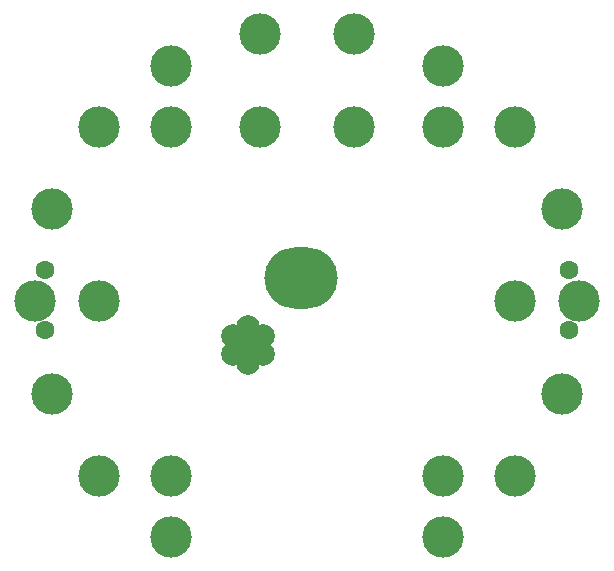
<source format=gts>
%TF.GenerationSoftware,KiCad,Pcbnew,8.0.8*%
%TF.CreationDate,2025-02-15T12:26:12-06:00*%
%TF.ProjectId,internal,696e7465-726e-4616-9c2e-6b696361645f,rev?*%
%TF.SameCoordinates,Original*%
%TF.FileFunction,Soldermask,Top*%
%TF.FilePolarity,Negative*%
%FSLAX46Y46*%
G04 Gerber Fmt 4.6, Leading zero omitted, Abs format (unit mm)*
G04 Created by KiCad (PCBNEW 8.0.8) date 2025-02-15 12:26:12*
%MOMM*%
%LPD*%
G01*
G04 APERTURE LIST*
%ADD10C,3.500000*%
%ADD11O,6.200000X5.200000*%
%ADD12C,1.600000*%
%ADD13C,2.000000*%
G04 APERTURE END LIST*
D10*
%TO.C,clearance-D12*%
X121613000Y-142134000D03*
%TD*%
D11*
%TO.C,clearance-U1*%
X99500000Y-148000000D03*
%TD*%
D12*
%TO.C,align-ir1*%
X77800000Y-152400000D03*
%TD*%
D10*
%TO.C,clearance-R5*%
X103993908Y-135215884D03*
%TD*%
%TO.C,clearance-R1*%
X88500000Y-164784115D03*
%TD*%
%TO.C,clearance-R7*%
X117619023Y-150000000D03*
%TD*%
%TO.C,clearance-R8*%
X111500000Y-164784115D03*
%TD*%
%TO.C,clearance-R4*%
X96006092Y-135215884D03*
%TD*%
D13*
%TO.C,through-i2*%
X94996000Y-152170000D03*
%TD*%
D10*
%TO.C,clearance-R6*%
X111500000Y-135215884D03*
%TD*%
%TO.C,clearance-D4*%
X77000000Y-150000000D03*
%TD*%
D13*
%TO.C,through-i4*%
X96295038Y-154420000D03*
%TD*%
D10*
%TO.C,clearance-D7*%
X88500000Y-130081000D03*
%TD*%
D13*
%TO.C,through-i5*%
X94996000Y-155170000D03*
%TD*%
D10*
%TO.C,clearance-D13*%
X123000000Y-150000000D03*
%TD*%
D12*
%TO.C,align-io2*%
X122200000Y-152400000D03*
%TD*%
D10*
%TO.C,clearance-D1*%
X88500000Y-169919000D03*
%TD*%
%TO.C,clearance-D5*%
X78387100Y-142134000D03*
%TD*%
%TO.C,clearance-D9*%
X103994000Y-127349000D03*
%TD*%
D13*
%TO.C,through-i3*%
X96295038Y-152920000D03*
%TD*%
D10*
%TO.C,clearance-D2*%
X82381000Y-164784000D03*
%TD*%
D13*
%TO.C,through-i7*%
X93696961Y-152920000D03*
%TD*%
D10*
%TO.C,clearance-D6*%
X82381000Y-135216000D03*
%TD*%
%TO.C,clearance-D16*%
X111500000Y-169919000D03*
%TD*%
%TO.C,clearance-D11*%
X117619000Y-135216000D03*
%TD*%
D13*
%TO.C,through-i1*%
X94996000Y-153670000D03*
%TD*%
D10*
%TO.C,clearance-D10*%
X111500000Y-130081000D03*
%TD*%
%TO.C,clearance-R2*%
X82380977Y-150000000D03*
%TD*%
%TO.C,clearance-D15*%
X117619000Y-164784000D03*
%TD*%
%TO.C,clearance-D3*%
X78387100Y-157866000D03*
%TD*%
D13*
%TO.C,through-i6*%
X93696961Y-154420000D03*
%TD*%
D10*
%TO.C,clearance-D14*%
X121613000Y-157866000D03*
%TD*%
%TO.C,clearance-D8*%
X96006100Y-127349000D03*
%TD*%
D12*
%TO.C,align-io1*%
X77800000Y-147300000D03*
%TD*%
%TO.C,align-ir2*%
X122200000Y-147300000D03*
%TD*%
D10*
%TO.C,clearance-R3*%
X88500000Y-135215884D03*
%TD*%
M02*

</source>
